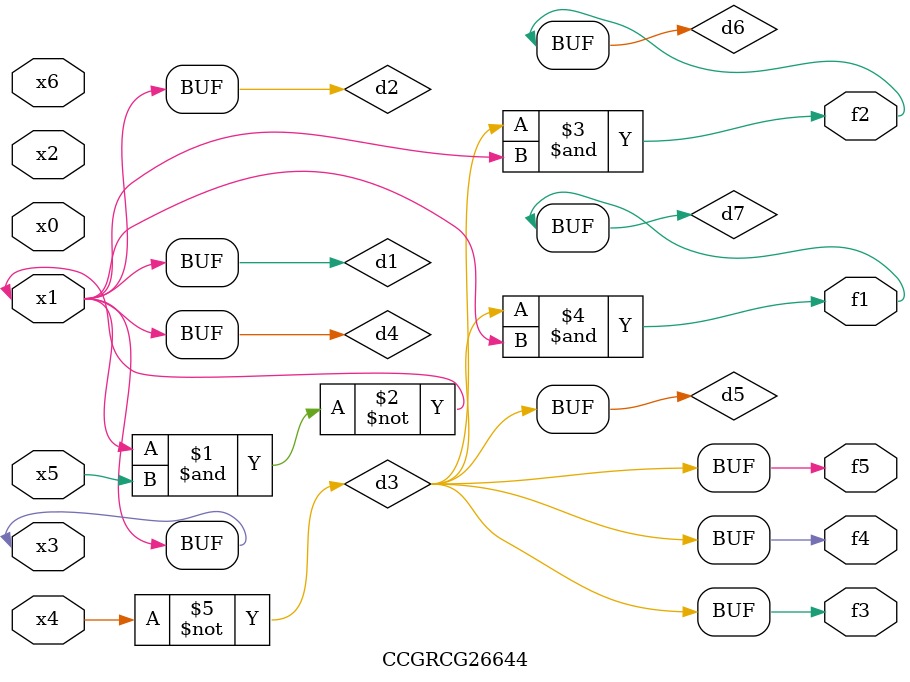
<source format=v>
module CCGRCG26644(
	input x0, x1, x2, x3, x4, x5, x6,
	output f1, f2, f3, f4, f5
);

	wire d1, d2, d3, d4, d5, d6, d7;

	buf (d1, x1, x3);
	nand (d2, x1, x5);
	not (d3, x4);
	buf (d4, d1, d2);
	buf (d5, d3);
	and (d6, d3, d4);
	and (d7, d3, d4);
	assign f1 = d7;
	assign f2 = d6;
	assign f3 = d5;
	assign f4 = d5;
	assign f5 = d5;
endmodule

</source>
